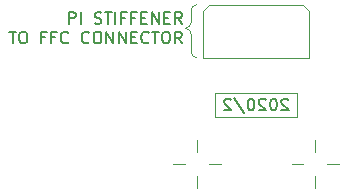
<source format=gbr>
G04 #@! TF.GenerationSoftware,KiCad,Pcbnew,(5.1.2)-2*
G04 #@! TF.CreationDate,2020-02-28T15:20:04+01:00*
G04 #@! TF.ProjectId,FFC,4646432e-6b69-4636-9164-5f7063625858,rev?*
G04 #@! TF.SameCoordinates,PX5f5e100PY5f5e100*
G04 #@! TF.FileFunction,Legend,Bot*
G04 #@! TF.FilePolarity,Positive*
%FSLAX46Y46*%
G04 Gerber Fmt 4.6, Leading zero omitted, Abs format (unit mm)*
G04 Created by KiCad (PCBNEW (5.1.2)-2) date 2020-02-28 15:20:04*
%MOMM*%
%LPD*%
G04 APERTURE LIST*
%ADD10C,0.120000*%
%ADD11C,0.150000*%
%ADD12C,0.050000*%
G04 APERTURE END LIST*
D10*
X-3500000Y5500000D02*
X-3500000Y7500000D01*
X3500000Y5500000D02*
X-3500000Y5500000D01*
X3500000Y7500000D02*
X3500000Y5500000D01*
X-3500000Y7500000D02*
X3500000Y7500000D01*
D11*
X2714285Y6952381D02*
X2666666Y7000000D01*
X2571428Y7047620D01*
X2333333Y7047620D01*
X2238095Y7000000D01*
X2190476Y6952381D01*
X2142857Y6857143D01*
X2142857Y6761905D01*
X2190476Y6619048D01*
X2761904Y6047620D01*
X2142857Y6047620D01*
X1523809Y7047620D02*
X1428571Y7047620D01*
X1333333Y7000000D01*
X1285714Y6952381D01*
X1238095Y6857143D01*
X1190476Y6666667D01*
X1190476Y6428572D01*
X1238095Y6238096D01*
X1285714Y6142858D01*
X1333333Y6095239D01*
X1428571Y6047620D01*
X1523809Y6047620D01*
X1619047Y6095239D01*
X1666666Y6142858D01*
X1714285Y6238096D01*
X1761904Y6428572D01*
X1761904Y6666667D01*
X1714285Y6857143D01*
X1666666Y6952381D01*
X1619047Y7000000D01*
X1523809Y7047620D01*
X809523Y6952381D02*
X761904Y7000000D01*
X666666Y7047620D01*
X428571Y7047620D01*
X333333Y7000000D01*
X285714Y6952381D01*
X238095Y6857143D01*
X238095Y6761905D01*
X285714Y6619048D01*
X857142Y6047620D01*
X238095Y6047620D01*
X-380953Y7047620D02*
X-476191Y7047620D01*
X-571429Y7000000D01*
X-619048Y6952381D01*
X-666667Y6857143D01*
X-714286Y6666667D01*
X-714286Y6428572D01*
X-666667Y6238096D01*
X-619048Y6142858D01*
X-571429Y6095239D01*
X-476191Y6047620D01*
X-380953Y6047620D01*
X-285715Y6095239D01*
X-238096Y6142858D01*
X-190477Y6238096D01*
X-142858Y6428572D01*
X-142858Y6666667D01*
X-190477Y6857143D01*
X-238096Y6952381D01*
X-285715Y7000000D01*
X-380953Y7047620D01*
X-1857143Y7095239D02*
X-1000000Y5809524D01*
X-2142858Y6952381D02*
X-2190477Y7000000D01*
X-2285715Y7047620D01*
X-2523810Y7047620D01*
X-2619048Y7000000D01*
X-2666667Y6952381D01*
X-2714286Y6857143D01*
X-2714286Y6761905D01*
X-2666667Y6619048D01*
X-2095239Y6047620D01*
X-2714286Y6047620D01*
X-15859405Y13372620D02*
X-15859405Y14372620D01*
X-15478453Y14372620D01*
X-15383215Y14325000D01*
X-15335596Y14277381D01*
X-15287977Y14182143D01*
X-15287977Y14039286D01*
X-15335596Y13944048D01*
X-15383215Y13896429D01*
X-15478453Y13848810D01*
X-15859405Y13848810D01*
X-14859405Y13372620D02*
X-14859405Y14372620D01*
X-13668929Y13420239D02*
X-13526072Y13372620D01*
X-13287977Y13372620D01*
X-13192739Y13420239D01*
X-13145120Y13467858D01*
X-13097500Y13563096D01*
X-13097500Y13658334D01*
X-13145120Y13753572D01*
X-13192739Y13801191D01*
X-13287977Y13848810D01*
X-13478453Y13896429D01*
X-13573691Y13944048D01*
X-13621310Y13991667D01*
X-13668929Y14086905D01*
X-13668929Y14182143D01*
X-13621310Y14277381D01*
X-13573691Y14325000D01*
X-13478453Y14372620D01*
X-13240358Y14372620D01*
X-13097500Y14325000D01*
X-12811786Y14372620D02*
X-12240358Y14372620D01*
X-12526072Y13372620D02*
X-12526072Y14372620D01*
X-11907024Y13372620D02*
X-11907024Y14372620D01*
X-11097500Y13896429D02*
X-11430834Y13896429D01*
X-11430834Y13372620D02*
X-11430834Y14372620D01*
X-10954643Y14372620D01*
X-10240358Y13896429D02*
X-10573691Y13896429D01*
X-10573691Y13372620D02*
X-10573691Y14372620D01*
X-10097500Y14372620D01*
X-9716548Y13896429D02*
X-9383215Y13896429D01*
X-9240358Y13372620D02*
X-9716548Y13372620D01*
X-9716548Y14372620D01*
X-9240358Y14372620D01*
X-8811786Y13372620D02*
X-8811786Y14372620D01*
X-8240358Y13372620D01*
X-8240358Y14372620D01*
X-7764167Y13896429D02*
X-7430834Y13896429D01*
X-7287977Y13372620D02*
X-7764167Y13372620D01*
X-7764167Y14372620D01*
X-7287977Y14372620D01*
X-6287977Y13372620D02*
X-6621310Y13848810D01*
X-6859405Y13372620D02*
X-6859405Y14372620D01*
X-6478453Y14372620D01*
X-6383215Y14325000D01*
X-6335596Y14277381D01*
X-6287977Y14182143D01*
X-6287977Y14039286D01*
X-6335596Y13944048D01*
X-6383215Y13896429D01*
X-6478453Y13848810D01*
X-6859405Y13848810D01*
X-20907024Y12722620D02*
X-20335596Y12722620D01*
X-20621310Y11722620D02*
X-20621310Y12722620D01*
X-19811786Y12722620D02*
X-19621310Y12722620D01*
X-19526072Y12675000D01*
X-19430834Y12579762D01*
X-19383215Y12389286D01*
X-19383215Y12055953D01*
X-19430834Y11865477D01*
X-19526072Y11770239D01*
X-19621310Y11722620D01*
X-19811786Y11722620D01*
X-19907024Y11770239D01*
X-20002262Y11865477D01*
X-20049881Y12055953D01*
X-20049881Y12389286D01*
X-20002262Y12579762D01*
X-19907024Y12675000D01*
X-19811786Y12722620D01*
X-17859405Y12246429D02*
X-18192739Y12246429D01*
X-18192739Y11722620D02*
X-18192739Y12722620D01*
X-17716548Y12722620D01*
X-17002262Y12246429D02*
X-17335596Y12246429D01*
X-17335596Y11722620D02*
X-17335596Y12722620D01*
X-16859405Y12722620D01*
X-15907024Y11817858D02*
X-15954643Y11770239D01*
X-16097500Y11722620D01*
X-16192739Y11722620D01*
X-16335596Y11770239D01*
X-16430834Y11865477D01*
X-16478453Y11960715D01*
X-16526072Y12151191D01*
X-16526072Y12294048D01*
X-16478453Y12484524D01*
X-16430834Y12579762D01*
X-16335596Y12675000D01*
X-16192739Y12722620D01*
X-16097500Y12722620D01*
X-15954643Y12675000D01*
X-15907024Y12627381D01*
X-14145120Y11817858D02*
X-14192739Y11770239D01*
X-14335596Y11722620D01*
X-14430834Y11722620D01*
X-14573691Y11770239D01*
X-14668929Y11865477D01*
X-14716548Y11960715D01*
X-14764167Y12151191D01*
X-14764167Y12294048D01*
X-14716548Y12484524D01*
X-14668929Y12579762D01*
X-14573691Y12675000D01*
X-14430834Y12722620D01*
X-14335596Y12722620D01*
X-14192739Y12675000D01*
X-14145120Y12627381D01*
X-13526072Y12722620D02*
X-13335596Y12722620D01*
X-13240358Y12675000D01*
X-13145120Y12579762D01*
X-13097500Y12389286D01*
X-13097500Y12055953D01*
X-13145120Y11865477D01*
X-13240358Y11770239D01*
X-13335596Y11722620D01*
X-13526072Y11722620D01*
X-13621310Y11770239D01*
X-13716548Y11865477D01*
X-13764167Y12055953D01*
X-13764167Y12389286D01*
X-13716548Y12579762D01*
X-13621310Y12675000D01*
X-13526072Y12722620D01*
X-12668929Y11722620D02*
X-12668929Y12722620D01*
X-12097500Y11722620D01*
X-12097500Y12722620D01*
X-11621310Y11722620D02*
X-11621310Y12722620D01*
X-11049881Y11722620D01*
X-11049881Y12722620D01*
X-10573691Y12246429D02*
X-10240358Y12246429D01*
X-10097500Y11722620D02*
X-10573691Y11722620D01*
X-10573691Y12722620D01*
X-10097500Y12722620D01*
X-9097500Y11817858D02*
X-9145120Y11770239D01*
X-9287977Y11722620D01*
X-9383215Y11722620D01*
X-9526072Y11770239D01*
X-9621310Y11865477D01*
X-9668929Y11960715D01*
X-9716548Y12151191D01*
X-9716548Y12294048D01*
X-9668929Y12484524D01*
X-9621310Y12579762D01*
X-9526072Y12675000D01*
X-9383215Y12722620D01*
X-9287977Y12722620D01*
X-9145120Y12675000D01*
X-9097500Y12627381D01*
X-8811786Y12722620D02*
X-8240358Y12722620D01*
X-8526072Y11722620D02*
X-8526072Y12722620D01*
X-7716548Y12722620D02*
X-7526072Y12722620D01*
X-7430834Y12675000D01*
X-7335596Y12579762D01*
X-7287977Y12389286D01*
X-7287977Y12055953D01*
X-7335596Y11865477D01*
X-7430834Y11770239D01*
X-7526072Y11722620D01*
X-7716548Y11722620D01*
X-7811786Y11770239D01*
X-7907024Y11865477D01*
X-7954643Y12055953D01*
X-7954643Y12389286D01*
X-7907024Y12579762D01*
X-7811786Y12675000D01*
X-7716548Y12722620D01*
X-6287977Y11722620D02*
X-6621310Y12198810D01*
X-6859405Y11722620D02*
X-6859405Y12722620D01*
X-6478453Y12722620D01*
X-6383215Y12675000D01*
X-6335596Y12627381D01*
X-6287977Y12532143D01*
X-6287977Y12389286D01*
X-6335596Y12294048D01*
X-6383215Y12246429D01*
X-6478453Y12198810D01*
X-6859405Y12198810D01*
D12*
X-5500000Y11000000D02*
X-5500000Y12500000D01*
X-6000000Y13000000D02*
G75*
G02X-5500000Y12500000I0J-500000D01*
G01*
X-5500000Y13500000D02*
G75*
G02X-6000000Y13000000I-500000J0D01*
G01*
X-5500000Y13500000D02*
X-5500000Y14500000D01*
X-5000000Y10500000D02*
G75*
G02X-5500000Y11000000I0J500000D01*
G01*
X-5500000Y14500000D02*
G75*
G02X-5000000Y15000000I500000J0D01*
G01*
X-4500000Y10500000D02*
X-4500000Y14500000D01*
X4500000Y10500000D02*
X-4500000Y10500000D01*
X4500000Y14500000D02*
X4500000Y10500000D01*
X4000000Y15000000D02*
X4500000Y14500000D01*
X-4000000Y15000000D02*
X4000000Y15000000D01*
X-4500000Y14500000D02*
X-4000000Y15000000D01*
D10*
X5000000Y2500000D02*
X5000000Y3500000D01*
X4000000Y1500000D02*
X3000000Y1500000D01*
X5000000Y500000D02*
X5000000Y-500000D01*
X6000000Y1500000D02*
X7000000Y1500000D01*
X-5000000Y2500000D02*
X-5000000Y3500000D01*
X-6000000Y1500000D02*
X-7000000Y1500000D01*
X-5000000Y500000D02*
X-5000000Y-500000D01*
X-4000000Y1500000D02*
X-3000000Y1500000D01*
M02*

</source>
